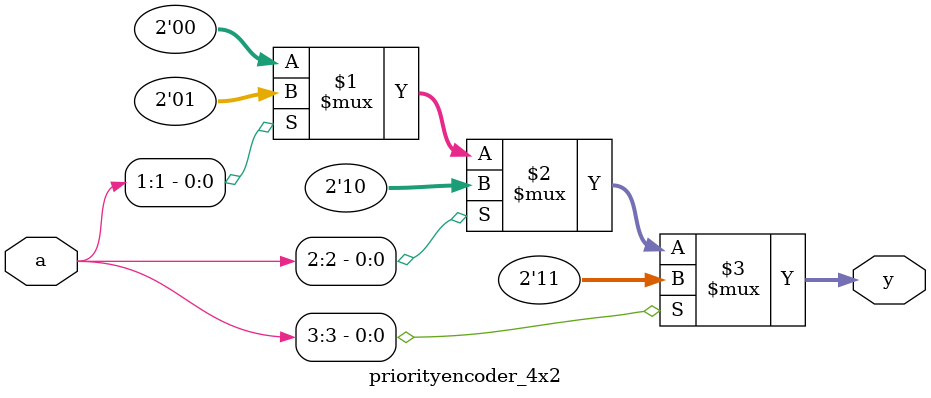
<source format=v>
module priorityencoder_4x2(input [3:0]a,output  [1:0]y);

assign y[1:0]=(a[3])?2'b11:
              (a[2])?2'b10:
              (a[1])?2'b01:
              2'b00;
                         

endmodule 

</source>
